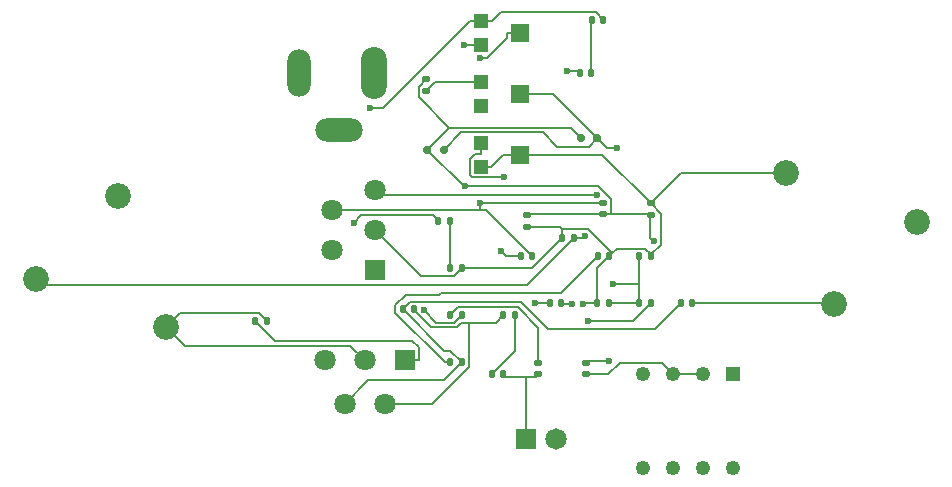
<source format=gbr>
%TF.GenerationSoftware,KiCad,Pcbnew,9.0.3*%
%TF.CreationDate,2025-12-02T00:44:41+11:00*%
%TF.ProjectId,guitar_amp,67756974-6172-45f6-916d-702e6b696361,rev?*%
%TF.SameCoordinates,Original*%
%TF.FileFunction,Copper,L1,Top*%
%TF.FilePolarity,Positive*%
%FSLAX46Y46*%
G04 Gerber Fmt 4.6, Leading zero omitted, Abs format (unit mm)*
G04 Created by KiCad (PCBNEW 9.0.3) date 2025-12-02 00:44:41*
%MOMM*%
%LPD*%
G01*
G04 APERTURE LIST*
G04 Aperture macros list*
%AMRoundRect*
0 Rectangle with rounded corners*
0 $1 Rounding radius*
0 $2 $3 $4 $5 $6 $7 $8 $9 X,Y pos of 4 corners*
0 Add a 4 corners polygon primitive as box body*
4,1,4,$2,$3,$4,$5,$6,$7,$8,$9,$2,$3,0*
0 Add four circle primitives for the rounded corners*
1,1,$1+$1,$2,$3*
1,1,$1+$1,$4,$5*
1,1,$1+$1,$6,$7*
1,1,$1+$1,$8,$9*
0 Add four rect primitives between the rounded corners*
20,1,$1+$1,$2,$3,$4,$5,0*
20,1,$1+$1,$4,$5,$6,$7,0*
20,1,$1+$1,$6,$7,$8,$9,0*
20,1,$1+$1,$8,$9,$2,$3,0*%
G04 Aperture macros list end*
%TA.AperFunction,SMDPad,CuDef*%
%ADD10RoundRect,0.140000X-0.140000X-0.170000X0.140000X-0.170000X0.140000X0.170000X-0.140000X0.170000X0*%
%TD*%
%TA.AperFunction,SMDPad,CuDef*%
%ADD11RoundRect,0.140000X0.140000X0.170000X-0.140000X0.170000X-0.140000X-0.170000X0.140000X-0.170000X0*%
%TD*%
%TA.AperFunction,ComponentPad*%
%ADD12R,1.248000X1.248000*%
%TD*%
%TA.AperFunction,ComponentPad*%
%ADD13C,1.248000*%
%TD*%
%TA.AperFunction,SMDPad,CuDef*%
%ADD14RoundRect,0.140000X-0.170000X0.140000X-0.170000X-0.140000X0.170000X-0.140000X0.170000X0.140000X0*%
%TD*%
%TA.AperFunction,ComponentPad*%
%ADD15O,2.200000X4.400000*%
%TD*%
%TA.AperFunction,ComponentPad*%
%ADD16O,2.000000X4.000000*%
%TD*%
%TA.AperFunction,ComponentPad*%
%ADD17O,4.000000X2.000000*%
%TD*%
%TA.AperFunction,SMDPad,CuDef*%
%ADD18R,1.200000X1.200000*%
%TD*%
%TA.AperFunction,SMDPad,CuDef*%
%ADD19R,1.500000X1.600000*%
%TD*%
%TA.AperFunction,ComponentPad*%
%ADD20R,1.800000X1.800000*%
%TD*%
%TA.AperFunction,ComponentPad*%
%ADD21C,1.800000*%
%TD*%
%TA.AperFunction,ComponentPad*%
%ADD22R,1.815000X1.815000*%
%TD*%
%TA.AperFunction,ComponentPad*%
%ADD23C,1.815000*%
%TD*%
%TA.AperFunction,ComponentPad*%
%ADD24C,2.175000*%
%TD*%
%TA.AperFunction,SMDPad,CuDef*%
%ADD25RoundRect,0.150000X0.150000X0.200000X-0.150000X0.200000X-0.150000X-0.200000X0.150000X-0.200000X0*%
%TD*%
%TA.AperFunction,SMDPad,CuDef*%
%ADD26RoundRect,0.140000X0.170000X-0.140000X0.170000X0.140000X-0.170000X0.140000X-0.170000X-0.140000X0*%
%TD*%
%TA.AperFunction,ViaPad*%
%ADD27C,0.600000*%
%TD*%
%TA.AperFunction,Conductor*%
%ADD28C,0.200000*%
%TD*%
G04 APERTURE END LIST*
D10*
%TO.P,C10,1*%
%TO.N,Net-(6.7k6-Pad2)*%
X194040000Y-91000000D03*
%TO.P,C10,2*%
%TO.N,Net-(C10-Pad2)*%
X195000000Y-91000000D03*
%TD*%
%TO.P,6.7k7,1*%
%TO.N,Net-(6.7k7-Pad1)*%
X174540000Y-96000000D03*
%TO.P,6.7k7,2*%
%TO.N,Net-(6.7k6-Pad2)*%
X175500000Y-96000000D03*
%TD*%
D11*
%TO.P,C5,1*%
%TO.N,GND*%
X159000000Y-92500000D03*
%TO.P,C5,2*%
%TO.N,Net-(U4-+)*%
X158040000Y-92500000D03*
%TD*%
D10*
%TO.P,R6,1*%
%TO.N,VDD*%
X190540000Y-91000000D03*
%TO.P,R6,2*%
%TO.N,Net-(D3-A)*%
X191500000Y-91000000D03*
%TD*%
%TO.P,C7,1*%
%TO.N,Net-(6.7k5-Pad2)*%
X178040000Y-97000000D03*
%TO.P,C7,2*%
%TO.N,GND*%
X179000000Y-97000000D03*
%TD*%
%TO.P,6.7k2,1*%
%TO.N,VDD*%
X173540000Y-84000000D03*
%TO.P,6.7k2,2*%
%TO.N,Net-(6.7k2-Pad2)*%
X174500000Y-84000000D03*
%TD*%
D12*
%TO.P,U2,1*%
%TO.N,Net-(D1-A)*%
X198515000Y-97000000D03*
D13*
%TO.P,U2,2,-*%
%TO.N,Net-(D1-K)*%
X195975000Y-97000000D03*
%TO.P,U2,3,+*%
X193435000Y-97000000D03*
%TO.P,U2,4*%
%TO.N,N/C*%
X190895000Y-97000000D03*
%TO.P,U2,5*%
X190895000Y-104940000D03*
%TO.P,U2,6*%
X193435000Y-104940000D03*
%TO.P,U2,7*%
X195975000Y-104940000D03*
%TO.P,U2,8*%
X198515000Y-104940000D03*
%TD*%
D10*
%TO.P,C11,1*%
%TO.N,VDD*%
X190540000Y-87000000D03*
%TO.P,C11,2*%
%TO.N,GND*%
X191500000Y-87000000D03*
%TD*%
D14*
%TO.P,R3,1*%
%TO.N,GND*%
X191500000Y-82540000D03*
%TO.P,R3,2*%
%TO.N,Net-(D1-K)*%
X191500000Y-83500000D03*
%TD*%
D10*
%TO.P,C9,1*%
%TO.N,Net-(6.7k7-Pad1)*%
X187040000Y-87000000D03*
%TO.P,C9,2*%
%TO.N,GND*%
X188000000Y-87000000D03*
%TD*%
D11*
%TO.P,R4,1*%
%TO.N,Net-(U1--)*%
X187500000Y-67000000D03*
%TO.P,R4,2*%
%TO.N,Net-(C1-Pad2)*%
X186540000Y-67000000D03*
%TD*%
D15*
%TO.P,J3,1*%
%TO.N,VDD*%
X168050000Y-71500000D03*
D16*
%TO.P,J3,2*%
%TO.N,GND*%
X161750000Y-71500000D03*
D17*
%TO.P,J3,3*%
X165150000Y-76300000D03*
%TD*%
D10*
%TO.P,6.7k4,1*%
%TO.N,Net-(6.7k4-Pad1)*%
X174540000Y-92000000D03*
%TO.P,6.7k4,2*%
%TO.N,Net-(U4-+)*%
X175500000Y-92000000D03*
%TD*%
D14*
%TO.P,C2,1*%
%TO.N,Net-(D1-K)*%
X181000000Y-83540000D03*
%TO.P,C2,2*%
%TO.N,GND*%
X181000000Y-84500000D03*
%TD*%
D10*
%TO.P,C1,1*%
%TO.N,Net-(C1-Pad1)*%
X185540000Y-71500000D03*
%TO.P,C1,2*%
%TO.N,Net-(C1-Pad2)*%
X186500000Y-71500000D03*
%TD*%
D14*
%TO.P,R2,1*%
%TO.N,VDD*%
X186000000Y-96040000D03*
%TO.P,R2,2*%
%TO.N,Net-(D1-K)*%
X186000000Y-97000000D03*
%TD*%
D10*
%TO.P,6.7k3,1*%
%TO.N,Net-(6.7k2-Pad2)*%
X174540000Y-88000000D03*
%TO.P,6.7k3,2*%
%TO.N,GND*%
X175500000Y-88000000D03*
%TD*%
D18*
%TO.P,RV3,1,1*%
%TO.N,Net-(C4-Pad2)*%
X177165700Y-77430000D03*
D19*
%TO.P,RV3,2,2*%
%TO.N,GND*%
X180415700Y-78430000D03*
D18*
%TO.P,RV3,3,3*%
X177165700Y-79430000D03*
%TD*%
D10*
%TO.P,R1,1*%
%TO.N,GND*%
X184040000Y-85500000D03*
%TO.P,R1,2*%
%TO.N,Net-(C1-Pad1)*%
X185000000Y-85500000D03*
%TD*%
D20*
%TO.P,U4,1,+*%
%TO.N,Net-(U4-+)*%
X170700000Y-95800000D03*
D21*
%TO.P,U4,2,-*%
%TO.N,Net-(U4--)*%
X169000000Y-99500000D03*
%TO.P,U4,3,V-*%
%TO.N,GND*%
X167300000Y-95800000D03*
%TO.P,U4,4*%
%TO.N,Net-(6.7k6-Pad2)*%
X165600000Y-99500000D03*
%TO.P,U4,5,V+*%
%TO.N,VDD*%
X163900000Y-95800000D03*
%TD*%
D10*
%TO.P,C3,1*%
%TO.N,Net-(C3-Pad1)*%
X180540000Y-87000000D03*
%TO.P,C3,2*%
%TO.N,Net-(C3-Pad2)*%
X181500000Y-87000000D03*
%TD*%
D11*
%TO.P,C12,1*%
%TO.N,VDD*%
X187960000Y-91000000D03*
%TO.P,C12,2*%
%TO.N,GND*%
X187000000Y-91000000D03*
%TD*%
D22*
%TO.P,D3,1,K*%
%TO.N,GND*%
X180960000Y-102500000D03*
D23*
%TO.P,D3,2,A*%
%TO.N,Net-(D3-A)*%
X183500000Y-102500000D03*
%TD*%
D11*
%TO.P,6.7k6,1*%
%TO.N,Net-(U4--)*%
X171460000Y-91500000D03*
%TO.P,6.7k6,2*%
%TO.N,Net-(6.7k6-Pad2)*%
X170500000Y-91500000D03*
%TD*%
D20*
%TO.P,U1,1,+*%
%TO.N,Net-(D1-K)*%
X168200000Y-88200000D03*
D21*
%TO.P,U1,2,-*%
%TO.N,Net-(U1--)*%
X164500000Y-86500000D03*
%TO.P,U1,3,-Vs*%
%TO.N,GND*%
X168200000Y-84800000D03*
%TO.P,U1,4*%
%TO.N,Net-(C3-Pad2)*%
X164500000Y-83100000D03*
%TO.P,U1,5,+Vs*%
%TO.N,VDD*%
X168200000Y-81400000D03*
%TD*%
D11*
%TO.P,C4,1*%
%TO.N,Net-(D1-A)*%
X183960000Y-91000000D03*
%TO.P,C4,2*%
%TO.N,Net-(C4-Pad2)*%
X183000000Y-91000000D03*
%TD*%
D24*
%TO.P,J1,R*%
%TO.N,Net-(C1-Pad1)*%
X146430000Y-81930000D03*
%TO.P,J1,S*%
%TO.N,GND*%
X150500000Y-93000000D03*
%TO.P,J1,T*%
%TO.N,Net-(C1-Pad1)*%
X139430000Y-88930000D03*
%TD*%
D25*
%TO.P,D2,1,K*%
%TO.N,Net-(D1-K)*%
X172600000Y-78000000D03*
%TO.P,D2,2,A*%
%TO.N,Net-(D1-A)*%
X174000000Y-78000000D03*
%TD*%
D10*
%TO.P,6.7k5,1*%
%TO.N,Net-(U4--)*%
X179040000Y-92000000D03*
%TO.P,6.7k5,2*%
%TO.N,Net-(6.7k5-Pad2)*%
X180000000Y-92000000D03*
%TD*%
D14*
%TO.P,C6,1*%
%TO.N,Net-(6.7k4-Pad1)*%
X182000000Y-96040000D03*
%TO.P,C6,2*%
%TO.N,GND*%
X182000000Y-97000000D03*
%TD*%
%TO.P,6.7k1,1*%
%TO.N,Net-(D1-K)*%
X172500000Y-72040000D03*
%TO.P,6.7k1,2*%
%TO.N,Net-(6.7k1-Pad2)*%
X172500000Y-73000000D03*
%TD*%
D25*
%TO.P,D1,1,K*%
%TO.N,Net-(D1-K)*%
X185600000Y-77000000D03*
%TO.P,D1,2,A*%
%TO.N,Net-(D1-A)*%
X187000000Y-77000000D03*
%TD*%
D18*
%TO.P,RV1,1,1*%
%TO.N,Net-(U1--)*%
X177165700Y-67130000D03*
D19*
%TO.P,RV1,2,2*%
%TO.N,Net-(C3-Pad1)*%
X180415700Y-68130000D03*
D18*
%TO.P,RV1,3,3*%
%TO.N,Net-(C3-Pad2)*%
X177165700Y-69130000D03*
%TD*%
D24*
%TO.P,J2,R*%
%TO.N,Net-(C10-Pad2)*%
X207070000Y-91070000D03*
%TO.P,J2,S*%
%TO.N,GND*%
X203000000Y-80000000D03*
%TO.P,J2,T*%
%TO.N,Net-(C10-Pad2)*%
X214070000Y-84070000D03*
%TD*%
D26*
%TO.P,R5,1*%
%TO.N,Net-(D1-K)*%
X187500000Y-83460000D03*
%TO.P,R5,2*%
%TO.N,Net-(C3-Pad2)*%
X187500000Y-82500000D03*
%TD*%
D18*
%TO.P,RV2,1,1*%
%TO.N,Net-(6.7k1-Pad2)*%
X177165700Y-72280000D03*
D19*
%TO.P,RV2,2,2*%
%TO.N,Net-(D1-A)*%
X180415700Y-73280000D03*
D18*
%TO.P,RV2,3,3*%
%TO.N,unconnected-(RV2-Pad3)*%
X177165700Y-74280000D03*
%TD*%
D27*
%TO.N,Net-(D1-K)*%
X175783800Y-81068500D03*
X191752900Y-85740500D03*
%TO.N,VDD*%
X186963800Y-81805400D03*
X166381200Y-84158400D03*
X188003800Y-95876900D03*
X188359200Y-89365400D03*
%TO.N,GND*%
X185800100Y-91066900D03*
%TO.N,Net-(U4-+)*%
X172323500Y-91575000D03*
%TO.N,Net-(C1-Pad1)*%
X185910300Y-85329100D03*
X184409800Y-71301600D03*
%TO.N,Net-(C3-Pad1)*%
X177082900Y-70261400D03*
X178831700Y-86606400D03*
%TO.N,Net-(C3-Pad2)*%
X175714100Y-69153800D03*
X177047500Y-82500000D03*
%TO.N,Net-(C4-Pad2)*%
X181742100Y-90989600D03*
X179067500Y-80331700D03*
%TO.N,Net-(D1-A)*%
X188629800Y-77830000D03*
X184870000Y-91037000D03*
%TO.N,Net-(D3-A)*%
X186247000Y-92509500D03*
%TO.N,Net-(U1--)*%
X167772200Y-74500000D03*
%TD*%
D28*
%TO.N,Net-(6.7k1-Pad2)*%
X173220000Y-72280000D02*
X172500000Y-73000000D01*
X177165700Y-72280000D02*
X173220000Y-72280000D01*
%TO.N,Net-(D1-K)*%
X185600000Y-77000000D02*
X184726600Y-76126600D01*
X188151500Y-83460000D02*
X188151500Y-82137500D01*
X174473400Y-76126600D02*
X171861800Y-73515000D01*
X188151500Y-82137500D02*
X187082500Y-81068500D01*
X187082500Y-81068500D02*
X175783800Y-81068500D01*
X188884100Y-96031600D02*
X192466600Y-96031600D01*
X171861800Y-73515000D02*
X171861800Y-72678200D01*
X191486600Y-83486600D02*
X191486700Y-83486600D01*
X195975000Y-97000000D02*
X193435000Y-97000000D01*
X186000000Y-97000000D02*
X187915700Y-97000000D01*
X192466600Y-96031600D02*
X193435000Y-97000000D01*
X191460000Y-83460000D02*
X191480000Y-83480000D01*
X175668500Y-81068500D02*
X172600000Y-78000000D01*
X191480000Y-83480000D02*
X191500000Y-83500000D01*
X187915700Y-97000000D02*
X188884100Y-96031600D01*
X191480000Y-83480000D02*
X191486600Y-83486600D01*
X188151500Y-83460000D02*
X191460000Y-83460000D01*
X171861800Y-72678200D02*
X172500000Y-72040000D01*
X184726600Y-76126600D02*
X174473400Y-76126600D01*
X181000000Y-83540000D02*
X181080000Y-83460000D01*
X181080000Y-83460000D02*
X187500000Y-83460000D01*
X191486700Y-83486600D02*
X191486700Y-85474300D01*
X187500000Y-83460000D02*
X188151500Y-83460000D01*
X175783800Y-81068500D02*
X175668500Y-81068500D01*
X191486700Y-85474300D02*
X191752900Y-85740500D01*
X174473400Y-76126600D02*
X172600000Y-78000000D01*
%TO.N,VDD*%
X166989600Y-83550000D02*
X166381200Y-84158400D01*
X186963800Y-81805300D02*
X186963800Y-81805400D01*
X190540000Y-89365400D02*
X188359200Y-89365400D01*
X168200000Y-81400000D02*
X168605300Y-81805300D01*
X187960000Y-91000000D02*
X190540000Y-91000000D01*
X188003800Y-95876900D02*
X186163100Y-95876900D01*
X168605300Y-81805300D02*
X186963800Y-81805300D01*
X173540000Y-84000000D02*
X173090000Y-83550000D01*
X173090000Y-83550000D02*
X166989600Y-83550000D01*
X190540000Y-89365400D02*
X190540000Y-87000000D01*
X190540000Y-91000000D02*
X190540000Y-89365400D01*
X186163100Y-95876900D02*
X186000000Y-96040000D01*
%TO.N,Net-(6.7k2-Pad2)*%
X174540000Y-84040000D02*
X174500000Y-84000000D01*
X174540000Y-88000000D02*
X174540000Y-84040000D01*
%TO.N,GND*%
X158334600Y-91834600D02*
X159000000Y-92500000D01*
X188000000Y-87000000D02*
X188253900Y-86746100D01*
X180415700Y-78430000D02*
X178966600Y-78430000D01*
X180960000Y-97205200D02*
X179205200Y-97205200D01*
X152075100Y-94575100D02*
X166075100Y-94575100D01*
X191056000Y-86375800D02*
X191500000Y-86819800D01*
X174828500Y-88671500D02*
X172071500Y-88671500D01*
X180415700Y-78430000D02*
X187390000Y-78430000D01*
X181000000Y-84500000D02*
X183838700Y-84500000D01*
X186209100Y-84701300D02*
X184040000Y-84701300D01*
X177165700Y-79430000D02*
X177966600Y-79430000D01*
X182000000Y-97000000D02*
X181794800Y-97205200D01*
X183838700Y-84500000D02*
X184040000Y-84701300D01*
X188253900Y-86746100D02*
X186209100Y-84701300D01*
X187000000Y-88000000D02*
X188000000Y-87000000D01*
X151665400Y-91834600D02*
X158334600Y-91834600D01*
X194040000Y-80000000D02*
X191500000Y-82540000D01*
X150500000Y-93000000D02*
X151665400Y-91834600D01*
X184040000Y-84701300D02*
X184040000Y-85305100D01*
X166075100Y-94575100D02*
X167300000Y-95800000D01*
X184040000Y-85305100D02*
X184040000Y-85440300D01*
X181480300Y-88000000D02*
X175500000Y-88000000D01*
X178966600Y-78430000D02*
X177966600Y-79430000D01*
X188624200Y-86375800D02*
X191056000Y-86375800D01*
X191573500Y-86819800D02*
X192355600Y-86037700D01*
X150500000Y-93000000D02*
X152075100Y-94575100D01*
X181794800Y-97205200D02*
X180960000Y-97205200D01*
X175500000Y-88000000D02*
X174828500Y-88671500D01*
X185800100Y-91066900D02*
X185867000Y-91000000D01*
X188253900Y-86746100D02*
X188624200Y-86375800D01*
X187000000Y-91000000D02*
X187000000Y-88000000D01*
X192355600Y-86037700D02*
X192355600Y-83395600D01*
X185867000Y-91000000D02*
X187000000Y-91000000D01*
X191500000Y-86819800D02*
X191500000Y-87000000D01*
X191500000Y-86819800D02*
X191573500Y-86819800D01*
X187390000Y-78430000D02*
X191500000Y-82540000D01*
X179205200Y-97205200D02*
X179000000Y-97000000D01*
X184040000Y-85305100D02*
X184040000Y-85500000D01*
X203000000Y-80000000D02*
X194040000Y-80000000D01*
X180960000Y-102500000D02*
X180960000Y-97205200D01*
X184040000Y-85440300D02*
X181480300Y-88000000D01*
X172071500Y-88671500D02*
X168200000Y-84800000D01*
X192355600Y-83395600D02*
X191500000Y-82540000D01*
%TO.N,Net-(6.7k4-Pad1)*%
X180257700Y-91320600D02*
X182000000Y-93062900D01*
X175219400Y-91320600D02*
X180257700Y-91320600D01*
X182000000Y-93062900D02*
X182000000Y-96040000D01*
X174540000Y-92000000D02*
X175219400Y-91320600D01*
%TO.N,Net-(U4-+)*%
X159713400Y-94173400D02*
X158040000Y-92500000D01*
X174850500Y-92625000D02*
X175250600Y-92224900D01*
X170700000Y-95800000D02*
X171901700Y-95800000D01*
X171345600Y-94173400D02*
X159713400Y-94173400D01*
X172323500Y-91575000D02*
X173373500Y-92625000D01*
X171901700Y-95800000D02*
X171901700Y-94729500D01*
X175275200Y-92224800D02*
X175500000Y-92000000D01*
X175250600Y-92224900D02*
X175250600Y-92224800D01*
X171901700Y-94729500D02*
X171345600Y-94173400D01*
X175250600Y-92224800D02*
X175275200Y-92224800D01*
X173373500Y-92625000D02*
X174850500Y-92625000D01*
%TO.N,Net-(6.7k5-Pad2)*%
X180000000Y-95040000D02*
X178040000Y-97000000D01*
X180000000Y-92000000D02*
X180000000Y-95040000D01*
%TO.N,Net-(U4--)*%
X172968200Y-99500000D02*
X169000000Y-99500000D01*
X171460000Y-91500000D02*
X171460000Y-91562300D01*
X178415000Y-92625000D02*
X179040000Y-92000000D01*
X176092800Y-96375400D02*
X172968200Y-99500000D01*
X175488700Y-92625000D02*
X176092800Y-92625000D01*
X176092800Y-92625000D02*
X176092800Y-96375400D01*
X172924400Y-93026700D02*
X175087000Y-93026700D01*
X175087000Y-93026700D02*
X175322400Y-92791300D01*
X175322400Y-92791300D02*
X175488700Y-92625000D01*
X171460000Y-91562300D02*
X172924400Y-93026700D01*
X176092800Y-92625000D02*
X178415000Y-92625000D01*
X175322400Y-92791300D02*
X175488700Y-92625000D01*
%TO.N,Net-(6.7k6-Pad2)*%
X174505100Y-95005100D02*
X174005100Y-95005100D01*
X180524500Y-90843100D02*
X171156900Y-90843100D01*
X173991600Y-97508400D02*
X175500000Y-96000000D01*
X171156900Y-90843100D02*
X170500000Y-91500000D01*
X165600000Y-99500000D02*
X167591600Y-97508400D01*
X175500000Y-96000000D02*
X174505100Y-95005100D01*
X191898500Y-93141500D02*
X182822900Y-93141500D01*
X167591600Y-97508400D02*
X173991600Y-97508400D01*
X194040000Y-91000000D02*
X191898500Y-93141500D01*
X174005100Y-95005100D02*
X170500000Y-91500000D01*
X182822900Y-93141500D02*
X180524500Y-90843100D01*
%TO.N,Net-(6.7k7-Pad1)*%
X169887800Y-91150400D02*
X169887800Y-91823400D01*
X174064400Y-96000000D02*
X174540000Y-96000000D01*
X183947700Y-90092300D02*
X173757600Y-90092300D01*
X173757600Y-90092300D02*
X173591300Y-90258600D01*
X173757600Y-90092300D02*
X173591300Y-90258600D01*
X170779600Y-90258600D02*
X169887800Y-91150400D01*
X173591300Y-90258600D02*
X170779600Y-90258600D01*
X187040000Y-87000000D02*
X183947700Y-90092300D01*
X169887800Y-91823400D02*
X174064400Y-96000000D01*
%TO.N,Net-(C1-Pad1)*%
X185000000Y-85500000D02*
X181061800Y-89438200D01*
X181061800Y-89438200D02*
X139938200Y-89438200D01*
X185739400Y-85500000D02*
X185910300Y-85329100D01*
X139938200Y-89438200D02*
X139430000Y-88930000D01*
X185341600Y-71301600D02*
X185540000Y-71500000D01*
X184409800Y-71301600D02*
X185341600Y-71301600D01*
X185000000Y-85500000D02*
X185739400Y-85500000D01*
%TO.N,Net-(C1-Pad2)*%
X186500000Y-71500000D02*
X186500000Y-67040000D01*
X186500000Y-67040000D02*
X186540000Y-67000000D01*
%TO.N,Net-(C3-Pad1)*%
X179364000Y-68573500D02*
X177676100Y-70261400D01*
X179225300Y-87000000D02*
X178831700Y-86606400D01*
X177676100Y-70261400D02*
X177082900Y-70261400D01*
X179364000Y-68130000D02*
X179364000Y-68573500D01*
X180415700Y-68130000D02*
X179364000Y-68130000D01*
X180540000Y-87000000D02*
X179225300Y-87000000D01*
%TO.N,Net-(C3-Pad2)*%
X176240200Y-69153800D02*
X176264000Y-69130000D01*
X164500000Y-83100000D02*
X177047500Y-83100000D01*
X187500000Y-82500000D02*
X177047500Y-82500000D01*
X177047500Y-82500000D02*
X177047500Y-83100000D01*
X177165700Y-69130000D02*
X176264000Y-69130000D01*
X181500000Y-87000000D02*
X177600000Y-83100000D01*
X175714100Y-69153800D02*
X176240200Y-69153800D01*
X177600000Y-83100000D02*
X177047500Y-83100000D01*
%TO.N,Net-(C4-Pad2)*%
X176177400Y-80142500D02*
X176366600Y-80331700D01*
X177165700Y-77430000D02*
X177165700Y-78331700D01*
X181742100Y-90989600D02*
X182989600Y-90989600D01*
X182989600Y-90989600D02*
X183000000Y-91000000D01*
X176602100Y-78331700D02*
X176177400Y-78756400D01*
X177165700Y-78331700D02*
X176602100Y-78331700D01*
X176366600Y-80331700D02*
X179067500Y-80331700D01*
X176177400Y-78756400D02*
X176177400Y-80142500D01*
%TO.N,Net-(D1-A)*%
X180415700Y-73280000D02*
X183280000Y-73280000D01*
X186266500Y-77733500D02*
X187000000Y-77000000D01*
X187830000Y-77830000D02*
X187000000Y-77000000D01*
X183997000Y-91037000D02*
X183960000Y-91000000D01*
X183280000Y-73280000D02*
X187000000Y-77000000D01*
X184870000Y-91037000D02*
X183997000Y-91037000D01*
X188629800Y-77830000D02*
X187830000Y-77830000D01*
X183617300Y-77733500D02*
X186266500Y-77733500D01*
X175471700Y-76528300D02*
X182412100Y-76528300D01*
X182412100Y-76528300D02*
X183617300Y-77733500D01*
X174000000Y-78000000D02*
X175471700Y-76528300D01*
%TO.N,Net-(C10-Pad2)*%
X195000000Y-91000000D02*
X207000000Y-91000000D01*
X207000000Y-91000000D02*
X207070000Y-91070000D01*
%TO.N,Net-(D3-A)*%
X191500000Y-91000000D02*
X189990500Y-92509500D01*
X189990500Y-92509500D02*
X186247000Y-92509500D01*
%TO.N,Net-(U1--)*%
X177165700Y-67130000D02*
X178067400Y-67130000D01*
X176246500Y-67130000D02*
X168876500Y-74500000D01*
X187500000Y-67000000D02*
X186857400Y-66357400D01*
X168876500Y-74500000D02*
X167772200Y-74500000D01*
X178840000Y-66357400D02*
X178067400Y-67130000D01*
X177165700Y-67130000D02*
X176246500Y-67130000D01*
X186857400Y-66357400D02*
X178840000Y-66357400D01*
%TD*%
M02*

</source>
